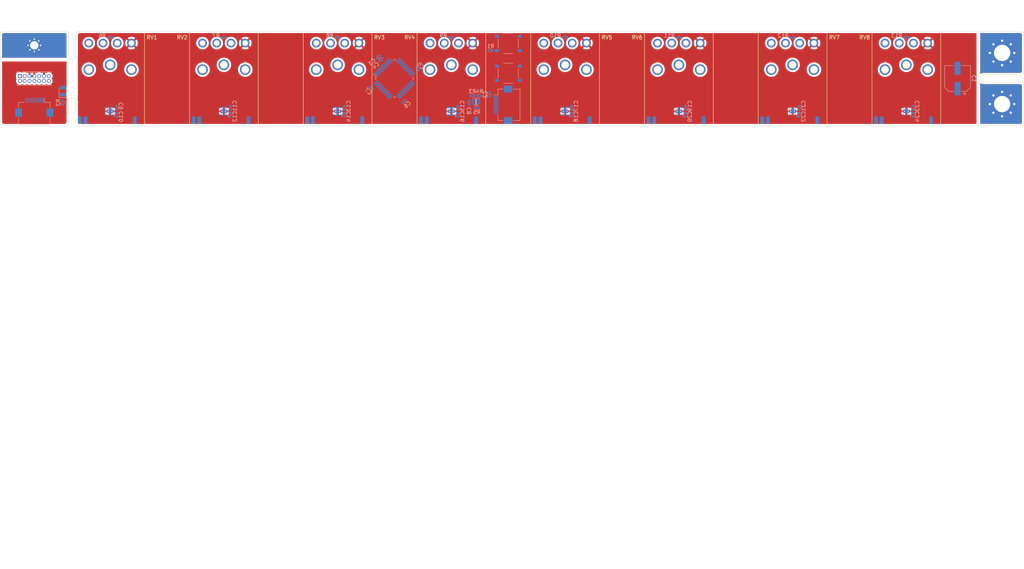
<source format=kicad_pcb>
(kicad_pcb (version 20211014) (generator pcbnew)

  (general
    (thickness 1.6)
  )

  (paper "A4")
  (layers
    (0 "F.Cu" signal)
    (31 "B.Cu" signal)
    (32 "B.Adhes" user "B.Adhesive")
    (33 "F.Adhes" user "F.Adhesive")
    (34 "B.Paste" user)
    (35 "F.Paste" user)
    (36 "B.SilkS" user "B.Silkscreen")
    (37 "F.SilkS" user "F.Silkscreen")
    (38 "B.Mask" user)
    (39 "F.Mask" user)
    (40 "Dwgs.User" user "User.Drawings")
    (41 "Cmts.User" user "User.Comments")
    (42 "Eco1.User" user "User.Eco1")
    (43 "Eco2.User" user "User.Eco2")
    (44 "Edge.Cuts" user)
    (45 "Margin" user)
    (46 "B.CrtYd" user "B.Courtyard")
    (47 "F.CrtYd" user "F.Courtyard")
    (48 "B.Fab" user)
    (49 "F.Fab" user)
    (50 "User.1" user)
    (51 "User.2" user)
    (52 "User.3" user)
    (53 "User.4" user)
    (54 "User.5" user)
    (55 "User.6" user)
    (56 "User.7" user)
    (57 "User.8" user)
    (58 "User.9" user)
  )

  (setup
    (stackup
      (layer "F.SilkS" (type "Top Silk Screen") (color "White"))
      (layer "F.Paste" (type "Top Solder Paste"))
      (layer "F.Mask" (type "Top Solder Mask") (color "Green") (thickness 0.01))
      (layer "F.Cu" (type "copper") (thickness 0.035))
      (layer "dielectric 1" (type "core") (thickness 1.51) (material "FR4") (epsilon_r 4.5) (loss_tangent 0.02))
      (layer "B.Cu" (type "copper") (thickness 0.035))
      (layer "B.Mask" (type "Bottom Solder Mask") (color "Green") (thickness 0.01))
      (layer "B.Paste" (type "Bottom Solder Paste"))
      (layer "B.SilkS" (type "Bottom Silk Screen") (color "White"))
      (copper_finish "ENIG")
      (dielectric_constraints no)
    )
    (pad_to_mask_clearance 0)
    (pcbplotparams
      (layerselection 0x00010fc_ffffffff)
      (disableapertmacros false)
      (usegerberextensions false)
      (usegerberattributes true)
      (usegerberadvancedattributes true)
      (creategerberjobfile true)
      (svguseinch false)
      (svgprecision 6)
      (excludeedgelayer true)
      (plotframeref false)
      (viasonmask false)
      (mode 1)
      (useauxorigin false)
      (hpglpennumber 1)
      (hpglpenspeed 20)
      (hpglpendiameter 15.000000)
      (dxfpolygonmode true)
      (dxfimperialunits true)
      (dxfusepcbnewfont true)
      (psnegative false)
      (psa4output false)
      (plotreference true)
      (plotvalue true)
      (plotinvisibletext false)
      (sketchpadsonfab false)
      (subtractmaskfromsilk false)
      (outputformat 1)
      (mirror false)
      (drillshape 1)
      (scaleselection 1)
      (outputdirectory "")
    )
  )

  (net 0 "")
  (net 1 "VDC")
  (net 2 "GND")
  (net 3 "+3V3")
  (net 4 "Net-(D1-Pad1)")
  (net 5 "VCC")
  (net 6 "/SWDIO{slash}DIR4")
  (net 7 "/SWCLK{slash}DIR3")
  (net 8 "/SWO{slash}DIR1")
  (net 9 "/NRST")
  (net 10 "/BOOT0")
  (net 11 "/ALERT")
  (net 12 "/USART1_RX")
  (net 13 "/USART1_TX")
  (net 14 "unconnected-(J1-PadMP)")
  (net 15 "/T_VCP_TX")
  (net 16 "GND1")
  (net 17 "/T_VCP_RX")
  (net 18 "Net-(J2-Pad4)")
  (net 19 "unconnected-(J2-Pad5)")
  (net 20 "/T_SWO")
  (net 21 "/T_SWCLK")
  (net 22 "/T_SWDIO")
  (net 23 "unconnected-(J2-PadMP)")
  (net 24 "unconnected-(J3-Pad1)")
  (net 25 "unconnected-(J3-Pad2)")
  (net 26 "unconnected-(J3-Pad10)")
  (net 27 "Net-(P1-Pad1)")
  (net 28 "Net-(P2-Pad1)")
  (net 29 "Net-(P3-Pad1)")
  (net 30 "Net-(P4-Pad1)")
  (net 31 "Net-(P5-Pad1)")
  (net 32 "Net-(P6-Pad1)")
  (net 33 "Net-(P7-Pad1)")
  (net 34 "Net-(P8-Pad1)")
  (net 35 "Net-(P13-Pad1)")
  (net 36 "Net-(P14-Pad1)")
  (net 37 "Net-(P15-Pad1)")
  (net 38 "Net-(P16-Pad1)")
  (net 39 "Net-(P17-Pad1)")
  (net 40 "Net-(P18-Pad1)")
  (net 41 "Net-(P19-Pad1)")
  (net 42 "Net-(P20-Pad1)")
  (net 43 "/SDA")
  (net 44 "/SCL")
  (net 45 "/TOUCH1")
  (net 46 "/TOUCH2")
  (net 47 "/TOUCH3")
  (net 48 "/TOUCH4")
  (net 49 "/TOUCH5")
  (net 50 "/TOUCH6")
  (net 51 "/TOUCH7")
  (net 52 "/TOUCH8")
  (net 53 "/ADC1")
  (net 54 "unconnected-(RV1-PadMP)")
  (net 55 "/ADC2")
  (net 56 "unconnected-(RV2-PadMP)")
  (net 57 "/ADC3")
  (net 58 "unconnected-(RV3-PadMP)")
  (net 59 "/ADC4")
  (net 60 "unconnected-(RV4-PadMP)")
  (net 61 "/ADC5")
  (net 62 "unconnected-(RV5-PadMP)")
  (net 63 "/ADC6")
  (net 64 "unconnected-(RV6-PadMP)")
  (net 65 "/ADC7")
  (net 66 "unconnected-(RV7-PadMP)")
  (net 67 "/ADC8")
  (net 68 "unconnected-(RV8-PadMP)")
  (net 69 "/DIR8")
  (net 70 "/DIR5")
  (net 71 "/DIR2")
  (net 72 "/DIR7")
  (net 73 "/PWM1")
  (net 74 "/PWM2")
  (net 75 "/NSLEEP")
  (net 76 "/DIR6")
  (net 77 "/PWM3")
  (net 78 "/PWM4")
  (net 79 "/PWM5")
  (net 80 "/PWM6")
  (net 81 "/PWM7")
  (net 82 "/PWM8")
  (net 83 "/T_NRST")
  (net 84 "unconnected-(J3-Pad9)")

  (footprint "faderboard:MouseBite_D0.3mm" (layer "F.Cu") (at 31.65 41.65))

  (footprint "MountingHole:MountingHole_4.3mm_M4_Pad_Via" (layer "F.Cu") (at 277.75 37.6))

  (footprint "faderboard:MouseBite_D0.3mm" (layer "F.Cu") (at 33.35 48.85))

  (footprint "faderboard:MouseBite_D0.3mm" (layer "F.Cu") (at 33.35 42.85))

  (footprint "faderboard:MouseBite_D0.3mm" (layer "F.Cu") (at 33.35 45.25))

  (footprint "faderboard:MouseBite_D0.3mm" (layer "F.Cu") (at 31.65 48.25))

  (footprint "faderboard:MouseBite_D0.3mm" (layer "F.Cu") (at 31.65 39.85))

  (footprint "faderboard:MouseBite_D0.3mm" (layer "F.Cu") (at 31.65 39.25))

  (footprint "faderboard:MouseBite_D0.3mm" (layer "F.Cu") (at 33.35 45.85))

  (footprint "faderboard:Fader_Alps_RSx0N11M9A0x" (layer "F.Cu") (at 72.5 35))

  (footprint "faderboard:MouseBite_D0.3mm" (layer "F.Cu") (at 31.65 47.05))

  (footprint "faderboard:MouseBite_D0.3mm" (layer "F.Cu") (at 31.65 43.45))

  (footprint "faderboard:MouseBite_D0.3mm" (layer "F.Cu") (at 31.65 45.25))

  (footprint "faderboard:MouseBite_D0.3mm" (layer "F.Cu") (at 31.65 49.45))

  (footprint "faderboard:MouseBite_D0.3mm" (layer "F.Cu") (at 33.35 41.65))

  (footprint "faderboard:MouseBite_D0.3mm" (layer "F.Cu") (at 31.65 44.05))

  (footprint "faderboard:MouseBite_D0.3mm" (layer "F.Cu") (at 33.35 44.05))

  (footprint "faderboard:MouseBite_D0.3mm" (layer "F.Cu") (at 33.35 49.45))

  (footprint "faderboard:MouseBite_D0.3mm" (layer "F.Cu") (at 31.65 42.85))

  (footprint "faderboard:Fader_Alps_RSx0N11M9A0x" (layer "F.Cu") (at 222.5 35))

  (footprint "faderboard:MouseBite_D0.3mm" (layer "F.Cu") (at 33.35 46.45))

  (footprint "MountingHole:MountingHole_4.3mm_M4_Pad_Via" (layer "F.Cu") (at 277.75 51.1))

  (footprint "faderboard:MouseBite_D0.3mm" (layer "F.Cu") (at 33.35 44.65))

  (footprint "faderboard:Fader_Alps_RSx0N11M9A0x" (layer "F.Cu") (at 42.5 35))

  (footprint "faderboard:MouseBite_D0.3mm" (layer "F.Cu") (at 33.35 47.05))

  (footprint "faderboard:MouseBite_D0.3mm" (layer "F.Cu") (at 31.65 47.65))

  (footprint "faderboard:MouseBite_D0.3mm" (layer "F.Cu") (at 31.65 46.45))

  (footprint "faderboard:Fader_Alps_RSx0N11M9A0x" (layer "F.Cu") (at 252.5 35))

  (footprint "faderboard:Fader_Alps_RSx0N11M9A0x" (layer "F.Cu") (at 162.5 35))

  (footprint "faderboard:MouseBite_D0.3mm" (layer "F.Cu") (at 31.65 45.85))

  (footprint "faderboard:MouseBite_D0.3mm" (layer "F.Cu") (at 33.35 39.25))

  (footprint "faderboard:MouseBite_D0.3mm" (layer "F.Cu") (at 33.35 42.25))

  (footprint "faderboard:Fader_Alps_RSx0N11M9A0x" (layer "F.Cu") (at 102.5 35))

  (footprint "faderboard:MouseBite_D0.3mm" (layer "F.Cu") (at 33.35 41.05))

  (footprint "faderboard:MouseBite_D0.3mm" (layer "F.Cu") (at 33.35 47.65))

  (footprint "faderboard:MouseBite_D0.3mm" (layer "F.Cu") (at 31.65 40.45))

  (footprint "faderboard:MouseBite_D0.3mm" (layer "F.Cu") (at 31.65 41.05))

  (footprint "faderboard:Fader_Alps_RSx0N11M9A0x" (layer "F.Cu") (at 132.5 35))

  (footprint "faderboard:MouseBite_D0.3mm" (layer "F.Cu") (at 31.65 44.65))

  (footprint "faderboard:MouseBite_D0.3mm" (layer "F.Cu") (at 31.65 48.85))

  (footprint "MountingHole:MountingHole_2.2mm_M2_Pad_Via" (layer "F.Cu") (at 22.5 35.6))

  (footprint "faderboard:Fader_Alps_RSx0N11M9A0x" (layer "F.Cu") (at 192.5 35))

  (footprint "faderboard:MouseBite_D0.3mm" (layer "F.Cu") (at 33.35 40.45))

  (footprint "faderboard:MouseBite_D0.3mm" (layer "F.Cu") (at 33.35 39.85))

  (footprint "faderboard:MouseBite_D0.3mm" (layer "F.Cu") (at 33.35 43.45))

  (footprint "faderboard:MouseBite_D0.3mm" (layer "F.Cu") (at 33.35 48.25))

  (footprint "faderboard:MouseBite_D0.3mm" (layer "F.Cu") (at 31.65 42.25))

  (footprint "Package_SON:WSON-8-1EP_2x2mm_P0.5mm_EP0.9x1.6mm_ThermalVias" (layer "B.Cu") (at 252.5 53 90))

  (footprint "Capacitor_SMD:CP_Elec_6.3x7.7" (layer "B.Cu") (at 266 44.35 90))

  (footprint "Capacitor_SMD:C_0402_1005Metric" (layer "B.Cu") (at 224.21 52.09 -90))

  (footprint "Connector_FFC-FPC:Hirose_FH12-10S-0.5SH_1x10-1MP_P0.50mm_Horizontal" (layer "B.Cu") (at 146.1 51.3 -90))

  (footprint "Resistor_SMD:R_0402_1005Metric" (layer "B.Cu") (at 30 50.7 -90))

  (footprint "Package_SON:WSON-8-1EP_2x2mm_P0.5mm_EP0.9x1.6mm_ThermalVias" (layer "B.Cu") (at 102.5 53 90))

  (footprint "Capacitor_SMD:C_0402_1005Metric" (layer "B.Cu") (at 224.21 53.91 90))

  (footprint "Connector_Wire:SolderWirePad_1x01_SMD_1x2mm" (layer "B.Cu") (at 246 55.35 180))

  (footprint "Capacitor_SMD:C_0402_1005Metric" (layer "B.Cu") (at 194.21 52.09 -90))

  (footprint "Capacitor_SMD:C_0402_1005Metric" (layer "B.Cu") (at 104.21 53.91 90))

  (footprint "Connector_Wire:SolderWirePad_1x01_SMD_1x2mm" (layer "B.Cu") (at 214.5 55.35 180))

  (footprint "Package_SON:WSON-8-1EP_2x2mm_P0.5mm_EP0.9x1.6mm_ThermalVias" (layer "B.Cu") (at 132.5 53 90))

  (footprint "Capacitor_SMD:C_0402_1005Metric" (layer "B.Cu") (at 44.21 52.09 -90))

  (footprint "Resistor_SMD:R_0402_1005Metric" (layer "B.Cu") (at 102.5 33.5))

  (footprint "Connector_Wire:SolderWirePad_1x01_SMD_1x2mm" (layer "B.Cu") (at 49 55.35 180))

  (footprint "Resistor_SMD:R_0402_1005Metric" (layer "B.Cu") (at 139.24 52.07))

  (footprint "Capacitor_SMD:C_0402_1005Metric" (layer "B.Cu") (at 164.21 53.91 90))

  (footprint "Capacitor_SMD:C_0402_1005Metric" (layer "B.Cu") (at 142.64 48.57 90))

  (footprint "Capacitor_SMD:C_0402_1005Metric" (layer "B.Cu") (at 74.21 52.09 -90))

  (footprint "Connector_Wire:SolderWirePad_1x01_SMD_1x2mm" (layer "B.Cu") (at 259 55.35 180))

  (footprint "Connector_Wire:SolderWirePad_1x01_SMD_1x2mm" (layer "B.Cu") (at 169 55.35 180))

  (footprint "Capacitor_SMD:C_0402_1005Metric" (layer "B.Cu") (at 254.21 52.09 -90))

  (footprint "Capacitor_SMD:C_0402_1005Metric" (layer "B.Cu") (at 113.886684 39.322471 -135))

  (footprint "Capacitor_SMD:C_0402_1005Metric" (layer "B.Cu") (at 134.21 52.09 -90))

  (footprint "Connector_Wire:SolderWirePad_1x01_SMD_1x2mm" (layer "B.Cu") (at 94.5 55.35 180))

  (footprint "faderboard:SW_Push_SPST_NO_XKB_TS-1187A-X-X-X" (layer "B.Cu") (at 147.5 42.95 180))

  (footprint "Capacitor_SMD:C_0402_1005Metric" (layer "B.Cu") (at 44.21 53.91 90))

  (footprint "Capacitor_SMD:C_0402_1005Metric" (layer "B.Cu") (at 123.588189 41.797345 135))

  (footprint "Connector_Wire:SolderWirePad_1x01_SMD_1x2mm" (layer "B.Cu") (at 216 55.35 180))

  (footprint "Resistor_SMD:R_0402_1005Metric" (layer "B.Cu") (at 142.82 36.975 180))

  (footprint "Connector_Wire:SolderWirePad_1x01_SMD_1x2mm" (layer "B.Cu") (at 154.5 55.35 180))

  (footprint "Package_TO_SOT_SMD:SOT-563" (layer "B.Cu") (at 139 50.5 180))

  (footprint "Capacitor_SMD:C_0402_1005Metric" (layer "B.Cu") (at 254.21 53.91 90))

  (footprint "Package_SON:WSON-8-1EP_2x2mm_P0.5mm_EP0.9x1.6mm_ThermalVias" (layer "B.Cu") (at 72.5 53 90))

  (footprint "Connector_Wire:SolderWirePad_1x01_SMD_1x2mm" (layer "B.Cu") (at 126 55.35 180))

  (footprint "Resistor_SMD:R_0402_1005Metric" (layer "B.Cu") (at 139.93 48.93 180))

  (footprint "Connector_Wire:SolderWirePad_1x01_SMD_1x2mm" (layer "B.Cu") (at 109 55.35 180))

  (footprint "Connector_Wire:SolderWirePad_1x01_SMD_1x2mm" (layer "B.Cu") (at 64.5 55.35 180))

  (footprint "Connector_Wire:SolderWirePad_1x01_SMD_1x2mm" (layer "B.Cu") (at 96 55.35 180))

  (footprint "Connector_Wire:SolderWirePad_1x01_SMD_1x2mm" (layer "B.Cu") (at 139 55.35 180))

  (footprint "Connector_Wire:SolderWirePad_1x01_SMD_1x2mm" (layer "B.Cu")
    (tedit 5DD6EB2
... [427131 chars truncated]
</source>
